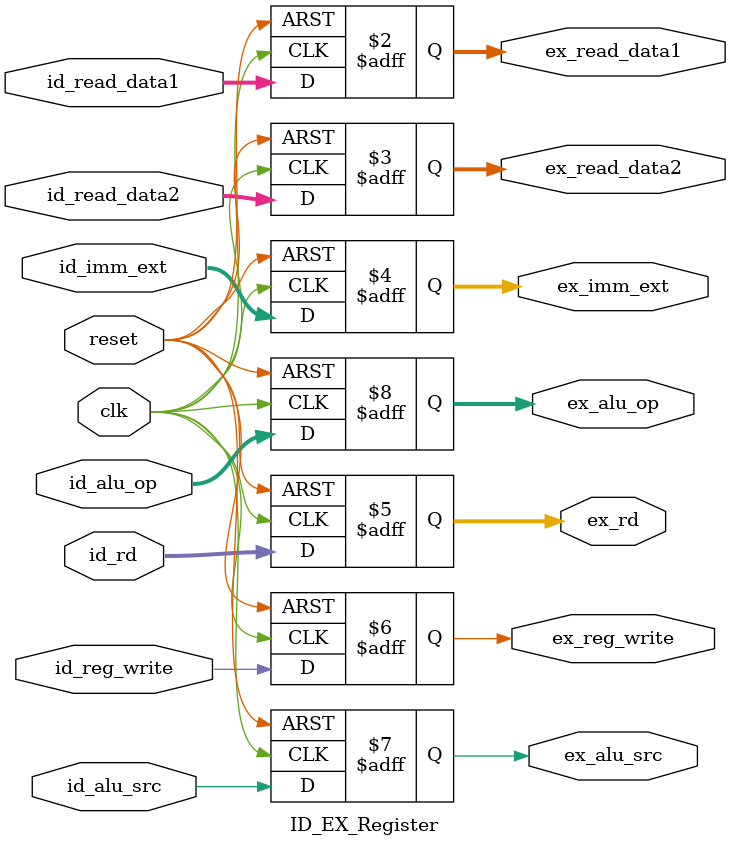
<source format=v>
module ID_EX_Register (
    input clk,
    input reset,
    input [31:0] id_read_data1,
    input [31:0] id_read_data2,
    input [31:0] id_imm_ext,
    input [4:0] id_rd,
    input id_reg_write,
    input id_alu_src,
    input [1:0] id_alu_op,
    output reg [31:0] ex_read_data1,
    output reg [31:0] ex_read_data2,
    output reg [31:0] ex_imm_ext,
    output reg [4:0] ex_rd,
    output reg ex_reg_write,
    output reg ex_alu_src,
    output reg [1:0] ex_alu_op
);
    always @(posedge clk or posedge reset) begin
        if (reset) begin
            ex_read_data1 <= 0;
            ex_read_data2 <= 0;
            ex_imm_ext <= 0;
            ex_rd <= 0;
            ex_reg_write <= 0;
            ex_alu_src <= 0;
            ex_alu_op <= 0;
        end else begin
            ex_read_data1 <= id_read_data1;
            ex_read_data2 <= id_read_data2;
            ex_imm_ext <= id_imm_ext;
            ex_rd <= id_rd;
            ex_reg_write <= id_reg_write;
            ex_alu_src <= id_alu_src;
            ex_alu_op <= id_alu_op;
        end
    end
endmodule
</source>
